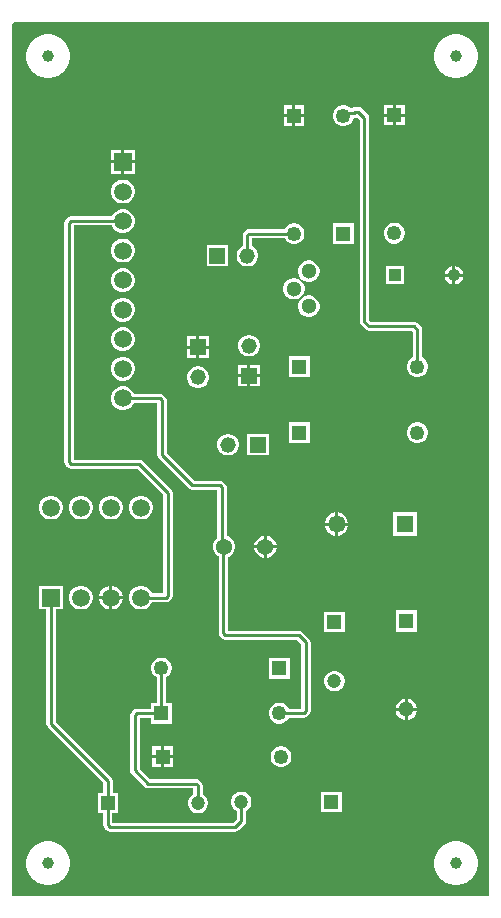
<source format=gbl>
G04*
G04 #@! TF.GenerationSoftware,Altium Limited,Altium Designer,24.9.1 (31)*
G04*
G04 Layer_Physical_Order=2*
G04 Layer_Color=16711680*
%FSLAX44Y44*%
%MOMM*%
G71*
G04*
G04 #@! TF.SameCoordinates,615AE811-4124-4B85-86CB-A8D5F2F7F980*
G04*
G04*
G04 #@! TF.FilePolarity,Positive*
G04*
G01*
G75*
%ADD15C,0.2540*%
%ADD20C,1.2500*%
%ADD21C,1.2000*%
%ADD22R,1.2000X1.2000*%
%ADD23R,1.2500X1.2500*%
%ADD24C,1.3716*%
%ADD25R,1.2500X1.2500*%
%ADD26C,1.3000*%
%ADD27R,1.3000X1.3000*%
%ADD28R,1.2000X1.2000*%
%ADD36C,1.4732*%
%ADD37R,1.4732X1.4732*%
%ADD38C,1.0000*%
%ADD39C,1.0500*%
%ADD40R,1.0500X1.0500*%
%ADD41R,1.3180X1.3180*%
%ADD42C,1.3180*%
%ADD43R,1.3180X1.3180*%
%ADD44C,1.5080*%
%ADD45R,1.5080X1.5080*%
%ADD46R,1.5000X1.5000*%
%ADD47C,1.5000*%
G36*
X403860Y-1270D02*
X0D01*
Y736600D01*
X1270Y737870D01*
X1270D01*
X2119Y739140D01*
X403860D01*
Y-1270D01*
D02*
G37*
%LPC*%
G36*
X377746Y728470D02*
X374094D01*
X370512Y727757D01*
X367138Y726360D01*
X364101Y724331D01*
X361519Y721749D01*
X359490Y718712D01*
X358092Y715338D01*
X357380Y711756D01*
Y708104D01*
X358092Y704522D01*
X359490Y701148D01*
X361519Y698111D01*
X364101Y695529D01*
X367138Y693500D01*
X370512Y692103D01*
X374094Y691390D01*
X377746D01*
X381328Y692103D01*
X384702Y693500D01*
X387739Y695529D01*
X390321Y698111D01*
X392350Y701148D01*
X393747Y704522D01*
X394460Y708104D01*
Y711756D01*
X393747Y715338D01*
X392350Y718712D01*
X390321Y721749D01*
X387739Y724331D01*
X384702Y726360D01*
X381328Y727757D01*
X377746Y728470D01*
D02*
G37*
G36*
X32306D02*
X28654D01*
X25072Y727757D01*
X21698Y726360D01*
X18661Y724331D01*
X16079Y721749D01*
X14050Y718712D01*
X12652Y715338D01*
X11940Y711756D01*
Y708104D01*
X12652Y704522D01*
X14050Y701148D01*
X16079Y698111D01*
X18661Y695529D01*
X21698Y693500D01*
X25072Y692103D01*
X28654Y691390D01*
X32306D01*
X35888Y692103D01*
X39262Y693500D01*
X42299Y695529D01*
X44881Y698111D01*
X46910Y701148D01*
X48307Y704522D01*
X49020Y708104D01*
Y711756D01*
X48307Y715338D01*
X46910Y718712D01*
X44881Y721749D01*
X42299Y724331D01*
X39262Y726360D01*
X35888Y727757D01*
X32306Y728470D01*
D02*
G37*
G36*
X332640Y668860D02*
X325120D01*
Y661340D01*
X332640D01*
Y668860D01*
D02*
G37*
G36*
X322580D02*
X315060D01*
Y661340D01*
X322580D01*
Y668860D01*
D02*
G37*
G36*
X247550Y668390D02*
X240030D01*
Y660870D01*
X247550D01*
Y668390D01*
D02*
G37*
G36*
X237490D02*
X229970D01*
Y660870D01*
X237490D01*
Y668390D01*
D02*
G37*
G36*
X332640Y658800D02*
X325120D01*
Y651280D01*
X332640D01*
Y658800D01*
D02*
G37*
G36*
X322580D02*
X315060D01*
Y651280D01*
X322580D01*
Y658800D01*
D02*
G37*
G36*
X247550Y658330D02*
X240030D01*
Y650810D01*
X247550D01*
Y658330D01*
D02*
G37*
G36*
X237490D02*
X229970D01*
Y650810D01*
X237490D01*
Y658330D01*
D02*
G37*
G36*
X104060Y630380D02*
X95250D01*
Y621570D01*
X104060D01*
Y630380D01*
D02*
G37*
G36*
X92710D02*
X83900D01*
Y621570D01*
X92710D01*
Y630380D01*
D02*
G37*
G36*
X104060Y619030D02*
X95250D01*
Y610220D01*
X104060D01*
Y619030D01*
D02*
G37*
G36*
X92710D02*
X83900D01*
Y610220D01*
X92710D01*
Y619030D01*
D02*
G37*
G36*
X95307Y605380D02*
X92653D01*
X90089Y604693D01*
X87791Y603366D01*
X85914Y601489D01*
X84587Y599191D01*
X83900Y596627D01*
Y593973D01*
X84587Y591409D01*
X85914Y589111D01*
X87791Y587234D01*
X90089Y585907D01*
X92653Y585220D01*
X95307D01*
X97871Y585907D01*
X100169Y587234D01*
X102046Y589111D01*
X103373Y591409D01*
X104060Y593973D01*
Y596627D01*
X103373Y599191D01*
X102046Y601489D01*
X100169Y603366D01*
X97871Y604693D01*
X95307Y605380D01*
D02*
G37*
G36*
Y580380D02*
X92653D01*
X90089Y579693D01*
X87791Y578366D01*
X85914Y576489D01*
X84669Y574333D01*
X49748D01*
X48261Y574037D01*
X47001Y573195D01*
X45513Y571707D01*
X44671Y570447D01*
X44375Y568960D01*
Y365978D01*
X44671Y364491D01*
X45513Y363231D01*
X47001Y361743D01*
X48261Y360901D01*
X49748Y360605D01*
X106341D01*
X128195Y338751D01*
Y255345D01*
X118570D01*
X117254Y257625D01*
X115385Y259494D01*
X113095Y260816D01*
X110542Y261500D01*
X107898D01*
X105345Y260816D01*
X103055Y259494D01*
X101186Y257625D01*
X99864Y255335D01*
X99180Y252782D01*
Y250138D01*
X99864Y247585D01*
X101186Y245295D01*
X103055Y243426D01*
X105345Y242104D01*
X107898Y241420D01*
X110542D01*
X113095Y242104D01*
X115385Y243426D01*
X117254Y245295D01*
X118570Y247575D01*
X130592D01*
X132079Y247871D01*
X133339Y248713D01*
X134827Y250201D01*
X135669Y251461D01*
X135965Y252948D01*
Y340360D01*
X135669Y341847D01*
X134827Y343107D01*
X110697Y367237D01*
X109437Y368079D01*
X107950Y368375D01*
X52145D01*
Y566563D01*
X84546D01*
X84587Y566409D01*
X85914Y564111D01*
X87791Y562234D01*
X90089Y560907D01*
X92653Y560220D01*
X95307D01*
X97871Y560907D01*
X100169Y562234D01*
X102046Y564111D01*
X103373Y566409D01*
X104060Y568973D01*
Y571627D01*
X103373Y574191D01*
X102046Y576489D01*
X100169Y578366D01*
X97871Y579693D01*
X95307Y580380D01*
D02*
G37*
G36*
X325007Y568860D02*
X322693D01*
X320457Y568261D01*
X318453Y567104D01*
X316816Y565467D01*
X315659Y563463D01*
X315060Y561227D01*
Y558913D01*
X315659Y556677D01*
X316816Y554673D01*
X318453Y553036D01*
X320457Y551879D01*
X322693Y551280D01*
X325007D01*
X327243Y551879D01*
X329247Y553036D01*
X330884Y554673D01*
X332041Y556677D01*
X332640Y558913D01*
Y561227D01*
X332041Y563463D01*
X330884Y565467D01*
X329247Y567104D01*
X327243Y568261D01*
X325007Y568860D01*
D02*
G37*
G36*
X289460Y568390D02*
X271880D01*
Y550810D01*
X289460D01*
Y568390D01*
D02*
G37*
G36*
X239917D02*
X237603D01*
X235367Y567791D01*
X233363Y566634D01*
X231726Y564997D01*
X230853Y563485D01*
X200878D01*
X199391Y563189D01*
X198131Y562347D01*
X196643Y560859D01*
X195801Y559599D01*
X195505Y558112D01*
Y549320D01*
X193784Y548326D01*
X192084Y546626D01*
X190882Y544544D01*
X190260Y542222D01*
Y539818D01*
X190882Y537496D01*
X192084Y535414D01*
X193784Y533714D01*
X195866Y532512D01*
X198188Y531890D01*
X200592D01*
X202914Y532512D01*
X204996Y533714D01*
X206696Y535414D01*
X207898Y537496D01*
X208520Y539818D01*
Y542222D01*
X207898Y544544D01*
X206696Y546626D01*
X204996Y548326D01*
X203275Y549320D01*
Y555715D01*
X230853D01*
X231726Y554203D01*
X233363Y552566D01*
X235367Y551409D01*
X237603Y550810D01*
X239917D01*
X242153Y551409D01*
X244157Y552566D01*
X245794Y554203D01*
X246951Y556207D01*
X247550Y558443D01*
Y560757D01*
X246951Y562993D01*
X245794Y564997D01*
X244157Y566634D01*
X242153Y567791D01*
X239917Y568390D01*
D02*
G37*
G36*
X95307Y555380D02*
X92653D01*
X90089Y554693D01*
X87791Y553366D01*
X85914Y551489D01*
X84587Y549191D01*
X83900Y546627D01*
Y543973D01*
X84587Y541409D01*
X85914Y539111D01*
X87791Y537234D01*
X90089Y535907D01*
X92653Y535220D01*
X95307D01*
X97871Y535907D01*
X100169Y537234D01*
X102046Y539111D01*
X103373Y541409D01*
X104060Y543973D01*
Y546627D01*
X103373Y549191D01*
X102046Y551489D01*
X100169Y553366D01*
X97871Y554693D01*
X95307Y555380D01*
D02*
G37*
G36*
X183120Y550150D02*
X164860D01*
Y531890D01*
X183120D01*
Y550150D01*
D02*
G37*
G36*
X375520Y532234D02*
Y525780D01*
X381974D01*
X381509Y527517D01*
X380484Y529293D01*
X379033Y530743D01*
X377257Y531769D01*
X375520Y532234D01*
D02*
G37*
G36*
X372980D02*
X371243Y531769D01*
X369467Y530743D01*
X368017Y529293D01*
X366991Y527517D01*
X366525Y525780D01*
X372980D01*
Y532234D01*
D02*
G37*
G36*
X252650Y536970D02*
X250270D01*
X247971Y536354D01*
X245909Y535164D01*
X244226Y533481D01*
X243036Y531419D01*
X242420Y529120D01*
Y526740D01*
X243036Y524441D01*
X244226Y522379D01*
X245909Y520696D01*
X247971Y519506D01*
X250270Y518890D01*
X252650D01*
X254949Y519506D01*
X257011Y520696D01*
X258694Y522379D01*
X259884Y524441D01*
X260500Y526740D01*
Y529120D01*
X259884Y531419D01*
X258694Y533481D01*
X257011Y535164D01*
X254949Y536354D01*
X252650Y536970D01*
D02*
G37*
G36*
X381974Y523240D02*
X375520D01*
Y516786D01*
X377257Y517251D01*
X379033Y518276D01*
X380484Y519727D01*
X381509Y521503D01*
X381974Y523240D01*
D02*
G37*
G36*
X372980D02*
X366525D01*
X366991Y521503D01*
X368017Y519727D01*
X369467Y518276D01*
X371243Y517251D01*
X372980Y516786D01*
Y523240D01*
D02*
G37*
G36*
X332040Y532300D02*
X316460D01*
Y516720D01*
X332040D01*
Y532300D01*
D02*
G37*
G36*
X95307Y530380D02*
X92653D01*
X90089Y529693D01*
X87791Y528366D01*
X85914Y526489D01*
X84587Y524191D01*
X83900Y521627D01*
Y518973D01*
X84587Y516409D01*
X85914Y514111D01*
X87791Y512234D01*
X90089Y510907D01*
X92653Y510220D01*
X95307D01*
X97871Y510907D01*
X100169Y512234D01*
X102046Y514111D01*
X103373Y516409D01*
X104060Y518973D01*
Y521627D01*
X103373Y524191D01*
X102046Y526489D01*
X100169Y528366D01*
X97871Y529693D01*
X95307Y530380D01*
D02*
G37*
G36*
X239950Y522120D02*
X237570D01*
X235271Y521504D01*
X233209Y520314D01*
X231526Y518631D01*
X230336Y516569D01*
X229720Y514270D01*
Y511890D01*
X230336Y509591D01*
X231526Y507529D01*
X233209Y505846D01*
X235271Y504656D01*
X237570Y504040D01*
X239950D01*
X242249Y504656D01*
X244311Y505846D01*
X245994Y507529D01*
X247184Y509591D01*
X247800Y511890D01*
Y514270D01*
X247184Y516569D01*
X245994Y518631D01*
X244311Y520314D01*
X242249Y521504D01*
X239950Y522120D01*
D02*
G37*
G36*
X252650Y507270D02*
X250270D01*
X247971Y506654D01*
X245909Y505464D01*
X244226Y503781D01*
X243036Y501719D01*
X242420Y499420D01*
Y497040D01*
X243036Y494741D01*
X244226Y492679D01*
X245909Y490996D01*
X247971Y489806D01*
X250270Y489190D01*
X252650D01*
X254949Y489806D01*
X257011Y490996D01*
X258694Y492679D01*
X259884Y494741D01*
X260500Y497040D01*
Y499420D01*
X259884Y501719D01*
X258694Y503781D01*
X257011Y505464D01*
X254949Y506654D01*
X252650Y507270D01*
D02*
G37*
G36*
X95307Y505380D02*
X92653D01*
X90089Y504693D01*
X87791Y503366D01*
X85914Y501489D01*
X84587Y499191D01*
X83900Y496627D01*
Y493973D01*
X84587Y491409D01*
X85914Y489111D01*
X87791Y487234D01*
X90089Y485907D01*
X92653Y485220D01*
X95307D01*
X97871Y485907D01*
X100169Y487234D01*
X102046Y489111D01*
X103373Y491409D01*
X104060Y493973D01*
Y496627D01*
X103373Y499191D01*
X102046Y501489D01*
X100169Y503366D01*
X97871Y504693D01*
X95307Y505380D01*
D02*
G37*
G36*
X166610Y472680D02*
X158750D01*
Y464820D01*
X166610D01*
Y472680D01*
D02*
G37*
G36*
X156210D02*
X148350D01*
Y464820D01*
X156210D01*
Y472680D01*
D02*
G37*
G36*
X95307Y480380D02*
X92653D01*
X90089Y479693D01*
X87791Y478366D01*
X85914Y476489D01*
X84587Y474191D01*
X83900Y471627D01*
Y468973D01*
X84587Y466409D01*
X85914Y464111D01*
X87791Y462234D01*
X90089Y460907D01*
X92653Y460220D01*
X95307D01*
X97871Y460907D01*
X100169Y462234D01*
X102046Y464111D01*
X103373Y466409D01*
X104060Y468973D01*
Y471627D01*
X103373Y474191D01*
X102046Y476489D01*
X100169Y478366D01*
X97871Y479693D01*
X95307Y480380D01*
D02*
G37*
G36*
X201862Y473950D02*
X199458D01*
X197136Y473328D01*
X195054Y472126D01*
X193354Y470426D01*
X192152Y468344D01*
X191530Y466022D01*
Y463618D01*
X192152Y461296D01*
X193354Y459214D01*
X195054Y457514D01*
X197136Y456312D01*
X199458Y455690D01*
X201862D01*
X204184Y456312D01*
X206266Y457514D01*
X207966Y459214D01*
X209168Y461296D01*
X209790Y463618D01*
Y466022D01*
X209168Y468344D01*
X207966Y470426D01*
X206266Y472126D01*
X204184Y473328D01*
X201862Y473950D01*
D02*
G37*
G36*
X166610Y462280D02*
X158750D01*
Y454420D01*
X166610D01*
Y462280D01*
D02*
G37*
G36*
X156210D02*
X148350D01*
Y454420D01*
X156210D01*
Y462280D01*
D02*
G37*
G36*
X209790Y448550D02*
X201930D01*
Y440690D01*
X209790D01*
Y448550D01*
D02*
G37*
G36*
X199390D02*
X191530D01*
Y440690D01*
X199390D01*
Y448550D01*
D02*
G37*
G36*
X281827Y668390D02*
X279513D01*
X277277Y667791D01*
X275273Y666634D01*
X273636Y664997D01*
X272479Y662993D01*
X271880Y660757D01*
Y658443D01*
X272479Y656207D01*
X273636Y654203D01*
X275273Y652566D01*
X277277Y651409D01*
X279513Y650810D01*
X281827D01*
X284063Y651409D01*
X286067Y652566D01*
X287704Y654203D01*
X288861Y656207D01*
X289240Y657621D01*
X289396D01*
X290882Y657917D01*
X292092Y658725D01*
X294565Y656251D01*
Y485140D01*
X294861Y483653D01*
X295703Y482393D01*
X299513Y478583D01*
X300773Y477741D01*
X302260Y477445D01*
X338751D01*
X339485Y476711D01*
Y454947D01*
X337973Y454074D01*
X336336Y452437D01*
X335179Y450433D01*
X334580Y448197D01*
Y445883D01*
X335179Y443647D01*
X336336Y441643D01*
X337973Y440006D01*
X339977Y438849D01*
X342213Y438250D01*
X344527D01*
X346763Y438849D01*
X348767Y440006D01*
X350404Y441643D01*
X351561Y443647D01*
X352160Y445883D01*
Y448197D01*
X351561Y450433D01*
X350404Y452437D01*
X348767Y454074D01*
X347255Y454947D01*
Y478320D01*
X346959Y479807D01*
X346117Y481067D01*
X343107Y484077D01*
X341847Y484919D01*
X340360Y485215D01*
X303869D01*
X302335Y486749D01*
Y657860D01*
X302039Y659347D01*
X301197Y660607D01*
X296117Y665687D01*
X294857Y666529D01*
X293370Y666825D01*
X290830D01*
X289343Y666529D01*
X288083Y665687D01*
X287787Y665390D01*
X287311D01*
X286067Y666634D01*
X284063Y667791D01*
X281827Y668390D01*
D02*
G37*
G36*
X252160Y455830D02*
X234580D01*
Y438250D01*
X252160D01*
Y455830D01*
D02*
G37*
G36*
X95307Y455380D02*
X92653D01*
X90089Y454693D01*
X87791Y453366D01*
X85914Y451489D01*
X84587Y449191D01*
X83900Y446627D01*
Y443973D01*
X84587Y441409D01*
X85914Y439111D01*
X87791Y437234D01*
X90089Y435907D01*
X92653Y435220D01*
X95307D01*
X97871Y435907D01*
X100169Y437234D01*
X102046Y439111D01*
X103373Y441409D01*
X104060Y443973D01*
Y446627D01*
X103373Y449191D01*
X102046Y451489D01*
X100169Y453366D01*
X97871Y454693D01*
X95307Y455380D01*
D02*
G37*
G36*
X209790Y438150D02*
X201930D01*
Y430290D01*
X209790D01*
Y438150D01*
D02*
G37*
G36*
X199390D02*
X191530D01*
Y430290D01*
X199390D01*
Y438150D01*
D02*
G37*
G36*
X158682Y447280D02*
X156278D01*
X153956Y446658D01*
X151874Y445456D01*
X150174Y443756D01*
X148972Y441674D01*
X148350Y439352D01*
Y436948D01*
X148972Y434626D01*
X150174Y432544D01*
X151874Y430844D01*
X153956Y429642D01*
X156278Y429020D01*
X158682D01*
X161004Y429642D01*
X163086Y430844D01*
X164786Y432544D01*
X165988Y434626D01*
X166610Y436948D01*
Y439352D01*
X165988Y441674D01*
X164786Y443756D01*
X163086Y445456D01*
X161004Y446658D01*
X158682Y447280D01*
D02*
G37*
G36*
X344527Y399950D02*
X342213D01*
X339977Y399351D01*
X337973Y398194D01*
X336336Y396557D01*
X335179Y394553D01*
X334580Y392317D01*
Y390003D01*
X335179Y387767D01*
X336336Y385763D01*
X337973Y384126D01*
X339977Y382969D01*
X342213Y382370D01*
X344527D01*
X346763Y382969D01*
X348767Y384126D01*
X350404Y385763D01*
X351561Y387767D01*
X352160Y390003D01*
Y392317D01*
X351561Y394553D01*
X350404Y396557D01*
X348767Y398194D01*
X346763Y399351D01*
X344527Y399950D01*
D02*
G37*
G36*
X252160D02*
X234580D01*
Y382370D01*
X252160D01*
Y399950D01*
D02*
G37*
G36*
X217410Y390130D02*
X199150D01*
Y371870D01*
X217410D01*
Y390130D01*
D02*
G37*
G36*
X184082D02*
X181678D01*
X179356Y389508D01*
X177274Y388306D01*
X175574Y386606D01*
X174372Y384524D01*
X173750Y382202D01*
Y379798D01*
X174372Y377476D01*
X175574Y375394D01*
X177274Y373694D01*
X179356Y372492D01*
X181678Y371870D01*
X184082D01*
X186404Y372492D01*
X188486Y373694D01*
X190186Y375394D01*
X191388Y377476D01*
X192010Y379798D01*
Y382202D01*
X191388Y384524D01*
X190186Y386606D01*
X188486Y388306D01*
X186404Y389508D01*
X184082Y390130D01*
D02*
G37*
G36*
X110542Y337700D02*
X107898D01*
X105345Y337016D01*
X103055Y335694D01*
X101186Y333825D01*
X99864Y331535D01*
X99180Y328982D01*
Y326338D01*
X99864Y323785D01*
X101186Y321495D01*
X103055Y319626D01*
X105345Y318304D01*
X107898Y317620D01*
X110542D01*
X113095Y318304D01*
X115385Y319626D01*
X117254Y321495D01*
X118576Y323785D01*
X119260Y326338D01*
Y328982D01*
X118576Y331535D01*
X117254Y333825D01*
X115385Y335694D01*
X113095Y337016D01*
X110542Y337700D01*
D02*
G37*
G36*
X85142D02*
X82498D01*
X79945Y337016D01*
X77655Y335694D01*
X75786Y333825D01*
X74464Y331535D01*
X73780Y328982D01*
Y326338D01*
X74464Y323785D01*
X75786Y321495D01*
X77655Y319626D01*
X79945Y318304D01*
X82498Y317620D01*
X85142D01*
X87695Y318304D01*
X89985Y319626D01*
X91854Y321495D01*
X93176Y323785D01*
X93860Y326338D01*
Y328982D01*
X93176Y331535D01*
X91854Y333825D01*
X89985Y335694D01*
X87695Y337016D01*
X85142Y337700D01*
D02*
G37*
G36*
X59742D02*
X57098D01*
X54545Y337016D01*
X52255Y335694D01*
X50386Y333825D01*
X49064Y331535D01*
X48380Y328982D01*
Y326338D01*
X49064Y323785D01*
X50386Y321495D01*
X52255Y319626D01*
X54545Y318304D01*
X57098Y317620D01*
X59742D01*
X62295Y318304D01*
X64585Y319626D01*
X66454Y321495D01*
X67776Y323785D01*
X68460Y326338D01*
Y328982D01*
X67776Y331535D01*
X66454Y333825D01*
X64585Y335694D01*
X62295Y337016D01*
X59742Y337700D01*
D02*
G37*
G36*
X34342D02*
X31698D01*
X29145Y337016D01*
X26855Y335694D01*
X24986Y333825D01*
X23664Y331535D01*
X22980Y328982D01*
Y326338D01*
X23664Y323785D01*
X24986Y321495D01*
X26855Y319626D01*
X29145Y318304D01*
X31698Y317620D01*
X34342D01*
X36895Y318304D01*
X39185Y319626D01*
X41054Y321495D01*
X42376Y323785D01*
X43060Y326338D01*
Y328982D01*
X42376Y331535D01*
X41054Y333825D01*
X39185Y335694D01*
X36895Y337016D01*
X34342Y337700D01*
D02*
G37*
G36*
X276132Y323596D02*
X276098D01*
Y314960D01*
X284734D01*
Y314994D01*
X284059Y317514D01*
X282755Y319772D01*
X280910Y321617D01*
X278652Y322921D01*
X276132Y323596D01*
D02*
G37*
G36*
X273558D02*
X273524D01*
X271004Y322921D01*
X268746Y321617D01*
X266901Y319772D01*
X265597Y317514D01*
X264922Y314994D01*
Y314960D01*
X273558D01*
Y323596D01*
D02*
G37*
G36*
X342646D02*
X322834D01*
Y303784D01*
X342646D01*
Y323596D01*
D02*
G37*
G36*
X284734Y312420D02*
X276098D01*
Y303784D01*
X276132D01*
X278652Y304459D01*
X280910Y305763D01*
X282755Y307608D01*
X284059Y309866D01*
X284734Y312386D01*
Y312420D01*
D02*
G37*
G36*
X273558D02*
X264922D01*
Y312386D01*
X265597Y309866D01*
X266901Y307608D01*
X268746Y305763D01*
X271004Y304459D01*
X273524Y303784D01*
X273558D01*
Y312420D01*
D02*
G37*
G36*
X215900Y304029D02*
Y295910D01*
X224019D01*
X223388Y298267D01*
X222150Y300410D01*
X220401Y302160D01*
X218258Y303398D01*
X215900Y304029D01*
D02*
G37*
G36*
X213360D02*
X211003Y303398D01*
X208860Y302160D01*
X207110Y300410D01*
X205872Y298267D01*
X205241Y295910D01*
X213360D01*
Y304029D01*
D02*
G37*
G36*
X224019Y293370D02*
X215900D01*
Y285251D01*
X218258Y285882D01*
X220401Y287120D01*
X222150Y288869D01*
X223388Y291012D01*
X224019Y293370D01*
D02*
G37*
G36*
X213360D02*
X205241D01*
X205872Y291012D01*
X207110Y288869D01*
X208860Y287120D01*
X211003Y285882D01*
X213360Y285251D01*
Y293370D01*
D02*
G37*
G36*
X85142Y261500D02*
X85090D01*
Y252730D01*
X93860D01*
Y252782D01*
X93176Y255335D01*
X91854Y257625D01*
X89985Y259494D01*
X87695Y260816D01*
X85142Y261500D01*
D02*
G37*
G36*
X82550D02*
X82498D01*
X79945Y260816D01*
X77655Y259494D01*
X75786Y257625D01*
X74464Y255335D01*
X73780Y252782D01*
Y252730D01*
X82550D01*
Y261500D01*
D02*
G37*
G36*
X93860Y250190D02*
X85090D01*
Y241420D01*
X85142D01*
X87695Y242104D01*
X89985Y243426D01*
X91854Y245295D01*
X93176Y247585D01*
X93860Y250138D01*
Y250190D01*
D02*
G37*
G36*
X82550D02*
X73780D01*
Y250138D01*
X74464Y247585D01*
X75786Y245295D01*
X77655Y243426D01*
X79945Y242104D01*
X82498Y241420D01*
X82550D01*
Y250190D01*
D02*
G37*
G36*
X59742Y261500D02*
X57098D01*
X54545Y260816D01*
X52255Y259494D01*
X50386Y257625D01*
X49064Y255335D01*
X48380Y252782D01*
Y250138D01*
X49064Y247585D01*
X50386Y245295D01*
X52255Y243426D01*
X54545Y242104D01*
X57098Y241420D01*
X59742D01*
X62295Y242104D01*
X64585Y243426D01*
X66454Y245295D01*
X67776Y247585D01*
X68460Y250138D01*
Y252782D01*
X67776Y255335D01*
X66454Y257625D01*
X64585Y259494D01*
X62295Y260816D01*
X59742Y261500D01*
D02*
G37*
G36*
X343050Y240850D02*
X324970D01*
Y222770D01*
X343050D01*
Y240850D01*
D02*
G37*
G36*
X281590Y239280D02*
X264510D01*
Y222200D01*
X281590D01*
Y239280D01*
D02*
G37*
G36*
X235320Y200560D02*
X217740D01*
Y182980D01*
X235320D01*
Y200560D01*
D02*
G37*
G36*
X274174Y189280D02*
X271926D01*
X269754Y188698D01*
X267806Y187574D01*
X266216Y185984D01*
X265092Y184036D01*
X264510Y181864D01*
Y179616D01*
X265092Y177444D01*
X266216Y175496D01*
X267806Y173906D01*
X269754Y172782D01*
X271926Y172200D01*
X274174D01*
X276346Y172782D01*
X278294Y173906D01*
X279884Y175496D01*
X281008Y177444D01*
X281590Y179616D01*
Y181864D01*
X281008Y184036D01*
X279884Y185984D01*
X278294Y187574D01*
X276346Y188698D01*
X274174Y189280D01*
D02*
G37*
G36*
X335280Y165829D02*
Y158080D01*
X343029D01*
X342434Y160299D01*
X341244Y162361D01*
X339561Y164044D01*
X337499Y165234D01*
X335280Y165829D01*
D02*
G37*
G36*
X332740D02*
X330521Y165234D01*
X328459Y164044D01*
X326776Y162361D01*
X325586Y160299D01*
X324991Y158080D01*
X332740D01*
Y165829D01*
D02*
G37*
G36*
X95307Y430380D02*
X92653D01*
X90089Y429693D01*
X87791Y428366D01*
X85914Y426489D01*
X84587Y424191D01*
X83900Y421627D01*
Y418973D01*
X84587Y416409D01*
X85914Y414111D01*
X87791Y412234D01*
X90089Y410907D01*
X92653Y410220D01*
X95307D01*
X97871Y410907D01*
X100169Y412234D01*
X102046Y414111D01*
X103373Y416409D01*
X103393Y416485D01*
X123115D01*
Y372110D01*
X123411Y370623D01*
X124253Y369363D01*
X149653Y343963D01*
X150913Y343121D01*
X152400Y342825D01*
X173915D01*
Y302192D01*
X173860Y302160D01*
X172110Y300410D01*
X170872Y298267D01*
X170232Y295877D01*
Y293403D01*
X170872Y291012D01*
X172110Y288869D01*
X173860Y287120D01*
X175185Y286354D01*
Y221198D01*
X175481Y219711D01*
X176323Y218451D01*
X177811Y216963D01*
X179071Y216121D01*
X180558Y215825D01*
X241397D01*
X245035Y212187D01*
Y157555D01*
X234437D01*
X233564Y159067D01*
X231927Y160704D01*
X229923Y161861D01*
X227687Y162460D01*
X225373D01*
X223137Y161861D01*
X221133Y160704D01*
X219496Y159067D01*
X218339Y157063D01*
X217740Y154827D01*
Y152513D01*
X218339Y150277D01*
X219496Y148273D01*
X221133Y146636D01*
X223137Y145479D01*
X225373Y144880D01*
X227687D01*
X229923Y145479D01*
X231927Y146636D01*
X233564Y148273D01*
X234437Y149785D01*
X247432D01*
X248919Y150081D01*
X250179Y150923D01*
X251667Y152411D01*
X252509Y153671D01*
X252805Y155158D01*
Y212482D01*
X253023Y213578D01*
X252727Y215065D01*
X251885Y216325D01*
X251885Y216325D01*
X245753Y222457D01*
X244492Y223299D01*
X243006Y223595D01*
X182955D01*
Y285801D01*
X183258Y285882D01*
X185401Y287120D01*
X187150Y288869D01*
X188388Y291012D01*
X189028Y293403D01*
Y295877D01*
X188388Y298267D01*
X187150Y300410D01*
X185401Y302160D01*
X183258Y303398D01*
X181685Y303819D01*
Y345222D01*
X181389Y346709D01*
X180547Y347969D01*
X179059Y349457D01*
X177799Y350299D01*
X176312Y350595D01*
X154009D01*
X130885Y373719D01*
Y418882D01*
X130589Y420369D01*
X129747Y421629D01*
X128259Y423117D01*
X126999Y423959D01*
X125512Y424255D01*
X103336D01*
X102046Y426489D01*
X100169Y428366D01*
X97871Y429693D01*
X95307Y430380D01*
D02*
G37*
G36*
X343029Y155540D02*
X335280D01*
Y147791D01*
X337499Y148386D01*
X339561Y149576D01*
X341244Y151259D01*
X342434Y153321D01*
X343029Y155540D01*
D02*
G37*
G36*
X332740D02*
X324991D01*
X325586Y153321D01*
X326776Y151259D01*
X328459Y149576D01*
X330521Y148386D01*
X332740Y147791D01*
Y155540D01*
D02*
G37*
G36*
X127687Y200560D02*
X125373D01*
X123137Y199961D01*
X121133Y198804D01*
X119496Y197167D01*
X118339Y195163D01*
X117740Y192927D01*
Y190613D01*
X118339Y188377D01*
X119496Y186373D01*
X121133Y184736D01*
X122645Y183863D01*
Y162460D01*
X117740D01*
Y157555D01*
X105628D01*
X104141Y157259D01*
X102881Y156417D01*
X101393Y154929D01*
X100551Y153669D01*
X100255Y152182D01*
Y106288D01*
X100037Y105192D01*
X100333Y103706D01*
X101175Y102445D01*
X112387Y91233D01*
X113648Y90391D01*
X115134Y90095D01*
X153625D01*
Y85088D01*
X152266Y84304D01*
X150676Y82714D01*
X149552Y80766D01*
X148970Y78594D01*
Y76346D01*
X149552Y74174D01*
X150676Y72226D01*
X152266Y70636D01*
X154214Y69512D01*
X156386Y68930D01*
X158634D01*
X160806Y69512D01*
X162754Y70636D01*
X164344Y72226D01*
X165468Y74174D01*
X166050Y76346D01*
Y78594D01*
X165468Y80766D01*
X164344Y82714D01*
X162754Y84304D01*
X161395Y85088D01*
Y92492D01*
X161099Y93979D01*
X160257Y95239D01*
X158769Y96727D01*
X157509Y97569D01*
X156022Y97865D01*
X116743D01*
X108025Y106583D01*
Y149785D01*
X117740D01*
Y144880D01*
X135320D01*
Y162460D01*
X130415D01*
Y183863D01*
X131927Y184736D01*
X133564Y186373D01*
X134721Y188377D01*
X135320Y190613D01*
Y192927D01*
X134721Y195163D01*
X133564Y197167D01*
X131927Y198804D01*
X129923Y199961D01*
X127687Y200560D01*
D02*
G37*
G36*
X136590Y125630D02*
X129070D01*
Y118110D01*
X136590D01*
Y125630D01*
D02*
G37*
G36*
X126530D02*
X119010D01*
Y118110D01*
X126530D01*
Y125630D01*
D02*
G37*
G36*
X228957D02*
X226643D01*
X224407Y125031D01*
X222403Y123874D01*
X220766Y122237D01*
X219609Y120233D01*
X219010Y117997D01*
Y115683D01*
X219609Y113447D01*
X220766Y111443D01*
X222403Y109806D01*
X224407Y108649D01*
X226643Y108050D01*
X228957D01*
X231193Y108649D01*
X233197Y109806D01*
X234834Y111443D01*
X235991Y113447D01*
X236590Y115683D01*
Y117997D01*
X235991Y120233D01*
X234834Y122237D01*
X233197Y123874D01*
X231193Y125031D01*
X228957Y125630D01*
D02*
G37*
G36*
X136590Y115570D02*
X129070D01*
Y108050D01*
X136590D01*
Y115570D01*
D02*
G37*
G36*
X126530D02*
X119010D01*
Y108050D01*
X126530D01*
Y115570D01*
D02*
G37*
G36*
X279080Y87280D02*
X262000D01*
Y70200D01*
X279080D01*
Y87280D01*
D02*
G37*
G36*
X43060Y261500D02*
X22980D01*
Y241420D01*
X29135D01*
Y144780D01*
X29431Y143293D01*
X30273Y142033D01*
X77395Y94911D01*
Y86010D01*
X72710D01*
Y68930D01*
X77365D01*
Y58638D01*
X77661Y57151D01*
X78503Y55891D01*
X79991Y54403D01*
X81251Y53561D01*
X82738Y53265D01*
X189230D01*
X190717Y53561D01*
X191977Y54403D01*
X197057Y59483D01*
X197899Y60743D01*
X198195Y62230D01*
Y71139D01*
X199524Y71906D01*
X201114Y73496D01*
X202238Y75444D01*
X202820Y77616D01*
Y79864D01*
X202238Y82036D01*
X201114Y83984D01*
X199524Y85574D01*
X197576Y86698D01*
X195404Y87280D01*
X193156D01*
X190984Y86698D01*
X189036Y85574D01*
X187446Y83984D01*
X186322Y82036D01*
X185740Y79864D01*
Y77616D01*
X186322Y75444D01*
X187446Y73496D01*
X189036Y71906D01*
X190425Y71104D01*
Y63839D01*
X187621Y61035D01*
X85135D01*
Y68930D01*
X89790D01*
Y86010D01*
X85165D01*
Y96520D01*
X84869Y98007D01*
X84027Y99267D01*
X36905Y146389D01*
Y241420D01*
X43060D01*
Y261500D01*
D02*
G37*
G36*
X377746Y45210D02*
X374094D01*
X370512Y44497D01*
X367138Y43100D01*
X364101Y41071D01*
X361519Y38489D01*
X359490Y35452D01*
X358092Y32078D01*
X357380Y28496D01*
Y24844D01*
X358092Y21262D01*
X359490Y17888D01*
X361519Y14851D01*
X364101Y12269D01*
X367138Y10240D01*
X370512Y8842D01*
X374094Y8130D01*
X377746D01*
X381328Y8842D01*
X384702Y10240D01*
X387739Y12269D01*
X390321Y14851D01*
X392350Y17888D01*
X393747Y21262D01*
X394460Y24844D01*
Y28496D01*
X393747Y32078D01*
X392350Y35452D01*
X390321Y38489D01*
X387739Y41071D01*
X384702Y43100D01*
X381328Y44497D01*
X377746Y45210D01*
D02*
G37*
G36*
X32306D02*
X28654D01*
X25072Y44497D01*
X21698Y43100D01*
X18661Y41071D01*
X16079Y38489D01*
X14050Y35452D01*
X12652Y32078D01*
X11940Y28496D01*
Y24844D01*
X12652Y21262D01*
X14050Y17888D01*
X16079Y14851D01*
X18661Y12269D01*
X21698Y10240D01*
X25072Y8842D01*
X28654Y8130D01*
X32306D01*
X35888Y8842D01*
X39262Y10240D01*
X42299Y12269D01*
X44881Y14851D01*
X46910Y17888D01*
X48307Y21262D01*
X49020Y24844D01*
Y28496D01*
X48307Y32078D01*
X46910Y35452D01*
X44881Y38489D01*
X42299Y41071D01*
X39262Y43100D01*
X35888Y44497D01*
X32306Y45210D01*
D02*
G37*
%LPD*%
D15*
X132080Y252948D02*
Y340360D01*
X49748Y364490D02*
X107950D01*
X132080Y340360D01*
X152400Y346710D02*
X176312D01*
X127000Y372110D02*
X152400Y346710D01*
X177800Y296470D02*
Y345222D01*
X176312Y346710D02*
X177800Y345222D01*
X127000Y372110D02*
Y418882D01*
X48260Y365978D02*
X49748Y364490D01*
X48260Y365978D02*
Y568960D01*
X126530Y153670D02*
Y191770D01*
X157510Y77470D02*
Y92492D01*
X156022Y93980D02*
X157510Y92492D01*
X115134Y93980D02*
X156022D01*
X103922Y105192D02*
X104140Y105410D01*
X103922Y105192D02*
X115134Y93980D01*
X104140Y152182D02*
X105628Y153670D01*
X104140Y105410D02*
Y152182D01*
X105628Y153670D02*
X126530D01*
X194280Y78740D02*
X194310Y78710D01*
Y62230D02*
Y78710D01*
X81250Y58638D02*
X82738Y57150D01*
X189230D01*
X81250Y58638D02*
Y77470D01*
X189230Y57150D02*
X194310Y62230D01*
X81280Y77500D02*
Y96520D01*
X81250Y77470D02*
X81280Y77500D01*
X33020Y144780D02*
Y251460D01*
Y144780D02*
X81280Y96520D01*
X199390Y541020D02*
Y558112D01*
X200878Y559600D01*
X238760D01*
X289396Y661506D02*
X290830Y662940D01*
X280670Y659600D02*
X282576Y661506D01*
X289396D01*
X290830Y662940D02*
X293370D01*
X298450Y657860D01*
Y485140D02*
Y657860D01*
X302260Y481330D02*
X340360D01*
X298450Y485140D02*
X302260Y481330D01*
X340360D02*
X343370Y478320D01*
Y447040D02*
Y478320D01*
X93832Y570448D02*
X93980Y570300D01*
X49748Y570448D02*
X93832D01*
X48260Y568960D02*
X49748Y570448D01*
X109220Y251460D02*
X130592D01*
X132080Y252948D01*
X125512Y420370D02*
X127000Y418882D01*
X94050Y420370D02*
X125512D01*
X93980Y420300D02*
X94050Y420370D01*
X177800Y296470D02*
X179630Y294640D01*
X179070Y221198D02*
Y294080D01*
Y221198D02*
X180558Y219710D01*
X243006D01*
X179070Y294080D02*
X179630Y294640D01*
X248920Y213360D02*
X249138Y213578D01*
X243006Y219710D02*
X249138Y213578D01*
X247432Y153670D02*
X248920Y155158D01*
Y213360D01*
X226530Y153670D02*
X247432D01*
D20*
X323850Y560070D02*
D03*
X227800Y116840D02*
D03*
X126530Y191770D02*
D03*
X226530Y153670D02*
D03*
X343370Y391160D02*
D03*
X280670Y659600D02*
D03*
X343370Y447040D02*
D03*
X238760Y559600D02*
D03*
D21*
X157510Y77470D02*
D03*
X194280Y78740D02*
D03*
X273050Y180740D02*
D03*
D22*
X81250Y77470D02*
D03*
X270540Y78740D02*
D03*
D23*
X127800Y116840D02*
D03*
X226530Y191770D02*
D03*
X126530Y153670D02*
D03*
X243370Y391160D02*
D03*
Y447040D02*
D03*
D24*
X214630Y294640D02*
D03*
X179630D02*
D03*
D25*
X280670Y559600D02*
D03*
X323850Y660070D02*
D03*
X238760Y659600D02*
D03*
D26*
X251460Y527930D02*
D03*
X334010Y156810D02*
D03*
X238760Y513080D02*
D03*
X251460Y498230D02*
D03*
D27*
X334010Y231810D02*
D03*
D28*
X273050Y230740D02*
D03*
D36*
X274828Y313690D02*
D03*
D37*
X332740D02*
D03*
D38*
X375920Y26670D02*
D03*
X30480Y709930D02*
D03*
X375920D02*
D03*
X30480Y26670D02*
D03*
D39*
X374250Y524510D02*
D03*
D40*
X324250D02*
D03*
D41*
X173990Y541020D02*
D03*
X208280Y381000D02*
D03*
D42*
X199390Y541020D02*
D03*
X157480Y438150D02*
D03*
X182880Y381000D02*
D03*
X200660Y464820D02*
D03*
D43*
X157480Y463550D02*
D03*
X200660Y439420D02*
D03*
D44*
X93980Y470300D02*
D03*
Y420300D02*
D03*
Y445300D02*
D03*
Y495300D02*
D03*
Y520300D02*
D03*
Y595300D02*
D03*
Y545300D02*
D03*
Y570300D02*
D03*
D45*
Y620300D02*
D03*
D46*
X33020Y251460D02*
D03*
D47*
X58420D02*
D03*
X83820D02*
D03*
X109220D02*
D03*
X33020Y327660D02*
D03*
X58420D02*
D03*
X83820D02*
D03*
X109220D02*
D03*
M02*

</source>
